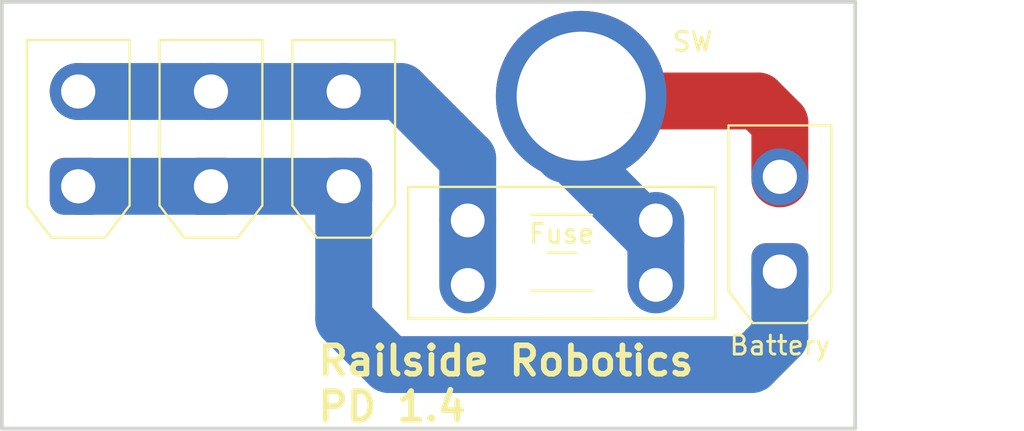
<source format=kicad_pcb>
(kicad_pcb (version 20240108) (generator "pcbnew") (generator_version "8.0")
  (layers (0 "F.Cu" signal) (31 "B.Cu" signal) (34 "B.Paste" user) (35 "F.Paste" user) (36 "B.SilkS" user "B.Silkscreen") (37 "F.SilkS" user "F.Silkscreen") (38 "B.Mask" user) (39 "F.Mask" user) (44 "Edge.Cuts" user))
  (net 0 "")
  (net 1 "Net-(BT1-+)")
  (net 2 "Net-(BT1--)")
  (net 3 "Net-(SW1-A)")
  (net 4 "Net-(BT4--)")
  (footprint "" (layer "F.Cu") (at 121.15 65.325)
    (property "Reference" "" (at 0 0 0) (layer "F.SilkS") (effects (font (size 1.27 1.27))))
    (property "Value" "")
    (pad "" np_thru_hole circle (at -23.125 1.425) (size 9 9) (drill 6.8072) (layers "F&B.Cu" "*.Mask"))
  )
  (footprint "Connector_AMASS:AMASS_XT30UPB-M_1x02_P5.0mm_Vertical" (layer "F.Cu") (at 78.5 71.5 90)
    (property "Reference" "BT2" (hide yes))
    (property "Value" "Battery" (hide yes))
    (fp_line (start 7.71 -2.71) (end 7.71 2.71) (stroke (width 0.12)) (layer "F.SilkS"))
    (fp_line (start -1.01 -2.71) (end 7.71 -2.71) (stroke (width 0.12)) (layer "F.SilkS"))
    (fp_line (start -2.71 -1.41) (end -1.01 -2.71) (stroke (width 0.12)) (layer "F.SilkS"))
    (fp_line (start -2.71 -1.41) (end -2.71 1.41) (stroke (width 0.12)) (layer "F.SilkS"))
    (fp_line (start -2.71 1.41) (end -1.01 2.71) (stroke (width 0.12)) (layer "F.SilkS"))
    (fp_line (start -1.01 2.71) (end 7.71 2.71) (stroke (width 0.12)) (layer "F.SilkS"))
    (pad "1" thru_hole roundrect (at 0 0 90) (size 3 3) (drill 1.8) (layers "*.Cu" "*.Mask") (net 1 "Net-(BT1-+)"))
    (pad "2" thru_hole circle (at 5 0 90) (size 3 3) (drill 1.8) (layers "*.Cu" "*.Mask") (net 2 "Net-(BT1--)"))
  )
  (footprint "Connector_AMASS:AMASS_XT30UPB-M_1x02_P5.0mm_Vertical" (layer "F.Cu") (at 71.5 71.5 90)
    (property "Reference" "BT3" (hide yes))
    (property "Value" "Battery" (hide yes))
    (fp_line (start 7.71 -2.71) (end 7.71 2.71) (stroke (width 0.12)) (layer "F.SilkS"))
    (fp_line (start -1.01 -2.71) (end 7.71 -2.71) (stroke (width 0.12)) (layer "F.SilkS"))
    (fp_line (start -2.71 -1.41) (end -1.01 -2.71) (stroke (width 0.12)) (layer "F.SilkS"))
    (fp_line (start -2.71 -1.41) (end -2.71 1.41) (stroke (width 0.12)) (layer "F.SilkS"))
    (fp_line (start -2.71 1.41) (end -1.01 2.71) (stroke (width 0.12)) (layer "F.SilkS"))
    (fp_line (start -1.01 2.71) (end 7.71 2.71) (stroke (width 0.12)) (layer "F.SilkS"))
    (pad "1" thru_hole roundrect (at 0 0 90) (size 3 3) (drill 1.8) (layers "*.Cu" "*.Mask") (net 1 "Net-(BT1-+)"))
    (pad "2" thru_hole circle (at 5 0 90) (size 3 3) (drill 1.8) (layers "*.Cu" "*.Mask") (net 2 "Net-(BT1--)"))
  )
  (footprint "" (layer "F.Cu") (at 98.275 77.7)
    (property "Reference" "" (at 0 0 0) (layer "F.SilkS") (effects (font (size 1.27 1.27))))
    (property "Value" "")
    (pad "" np_thru_hole circle (at -23.125 1.425) (size 6.8072 6.8072) (drill 6.8072) (layers "F&B.Cu" "*.Mask"))
  )
  (footprint "Connector_AMASS:AMASS_XT30UPB-M_1x02_P5.0mm_Vertical" (layer "F.Cu") (at 108.5 76 90)
    (property "Reference" "BT4" (hide yes))
    (property "Value" "Battery" (at -3.89 0 0) (layer "F.SilkS"))
    (fp_line (start 7.71 -2.71) (end 7.71 2.71) (stroke (width 0.12)) (layer "F.SilkS"))
    (fp_line (start -1.01 -2.71) (end 7.71 -2.71) (stroke (width 0.12)) (layer "F.SilkS"))
    (fp_line (start -2.71 -1.41) (end -1.01 -2.71) (stroke (width 0.12)) (layer "F.SilkS"))
    (fp_line (start -2.71 -1.41) (end -2.71 1.41) (stroke (width 0.12)) (layer "F.SilkS"))
    (fp_line (start -2.71 1.41) (end -1.01 2.71) (stroke (width 0.12)) (layer "F.SilkS"))
    (fp_line (start -1.01 2.71) (end 7.71 2.71) (stroke (width 0.12)) (layer "F.SilkS"))
    (pad "1" thru_hole roundrect (at 0 0 90) (size 3 3) (drill 1.8) (layers "*.Cu" "*.Mask") (net 1 "Net-(BT1-+)"))
    (pad "2" thru_hole circle (at 5 0 90) (size 3 3) (drill 1.8) (layers "*.Cu" "*.Mask") (net 4 "Net-(BT4--)"))
  )
  (footprint "Fuse:Fuseholder_Blade_Mini_Keystone_3568" (layer "F.Cu") (at 92.04 73.3)
    (property "Reference" "Fuse" (at 4.96 0.7 0) (layer "F.SilkS"))
    (property "Value" "Fuse" (hide yes))
    (fp_line (start -3.14 -1.77) (end -3.14 5.17) (stroke (width 0.12)) (layer "F.SilkS"))
    (fp_line (start -3.14 5.17) (end 13.06 5.17) (stroke (width 0.12)) (layer "F.SilkS"))
    (fp_line (start 3.36 -0.3) (end 6.56 -0.3) (stroke (width 0.12)) (layer "F.SilkS"))
    (fp_line (start 4.21 1.7) (end 5.71 1.7) (stroke (width 0.12)) (layer "F.SilkS"))
    (fp_line (start 6.56 3.7) (end 3.36 3.7) (stroke (width 0.12)) (layer "F.SilkS"))
    (fp_line (start 13.06 -1.77) (end -3.14 -1.77) (stroke (width 0.12)) (layer "F.SilkS"))
    (fp_line (start 13.06 5.17) (end 13.06 -1.77) (stroke (width 0.12)) (layer "F.SilkS"))
    (pad "1" thru_hole circle (at 0 0) (size 2.78 2.78) (drill 1.78) (layers "*.Cu" "*.Mask") (net 2 "Net-(BT1--)"))
    (pad "1" thru_hole circle (at 0 3.4) (size 2.78 2.78) (drill 1.78) (layers "*.Cu" "*.Mask") (net 2 "Net-(BT1--)"))
    (pad "2" thru_hole circle (at 9.92 0) (size 2.78 2.78) (drill 1.78) (layers "*.Cu" "*.Mask") (net 3 "Net-(SW1-A)"))
    (pad "2" thru_hole circle (at 9.92 3.4) (size 2.78 2.78) (drill 1.78) (layers "*.Cu" "*.Mask") (net 3 "Net-(SW1-A)"))
  )
  (footprint "Connector_AMASS:AMASS_XT30UPB-M_1x02_P5.0mm_Vertical" (layer "F.Cu") (at 85.5 71.5 90)
    (property "Reference" "BT1" (hide yes))
    (property "Value" "Battery" (hide yes))
    (fp_line (start 7.71 -2.71) (end 7.71 2.71) (stroke (width 0.12)) (layer "F.SilkS"))
    (fp_line (start -1.01 -2.71) (end 7.71 -2.71) (stroke (width 0.12)) (layer "F.SilkS"))
    (fp_line (start -2.71 -1.41) (end -1.01 -2.71) (stroke (width 0.12)) (layer "F.SilkS"))
    (fp_line (start -2.71 -1.41) (end -2.71 1.41) (stroke (width 0.12)) (layer "F.SilkS"))
    (fp_line (start -2.71 1.41) (end -1.01 2.71) (stroke (width 0.12)) (layer "F.SilkS"))
    (fp_line (start -1.01 2.71) (end 7.71 2.71) (stroke (width 0.12)) (layer "F.SilkS"))
    (pad "1" thru_hole roundrect (at 0 0 90) (size 3 3) (drill 1.8) (layers "*.Cu" "*.Mask") (net 1 "Net-(BT1-+)"))
    (pad "2" thru_hole circle (at 5 0 90) (size 3 3) (drill 1.8) (layers "*.Cu" "*.Mask") (net 2 "Net-(BT1--)"))
  )
  (gr_rect (start 67.475 61.775) (end 112.475 84.275) (stroke (width 0.2)) (fill none) (layer "Edge.Cuts"))
  (gr_text "Railside Robotics\nPD 1.4" (at 84 84 0) (layer "F.SilkS") (effects (font (size 1.5 1.5) (thickness 0.3) (bold yes)) (justify left bottom)))
  (gr_text "SW" (at 103.9 63.875 0) (layer "F.SilkS") (effects (font (size 1 1))))
  (segment (start 85.275 70.775) (end 85.5 71) (width 1.5) (layer "F.Cu") (net 1))
  (segment (start 85.5 78.5) (end 85.5 71.5) (width 3) (layer "B.Cu") (net 1))
  (segment (start 78.65 71) (end 78.6 70.95) (width 1.5) (layer "B.Cu") (net 1))
  (segment (start 108.5 76.11) (end 108.5 79.4) (width 3) (layer "B.Cu") (net 1))
  (segment (start 87.9 80.9) (end 85.5 78.5) (width 3) (layer "B.Cu") (net 1))
  (segment (start 107 80.9) (end 87.9 80.9) (width 3) (layer "B.Cu") (net 1))
  (segment (start 85.5 71.5) (end 71.5 71.5) (width 3) (layer "B.Cu") (net 1))
  (segment (start 108.5 79.4) (end 107 80.9) (width 3) (layer "B.Cu") (net 1))
  (segment (start 88.5 66.5) (end 71.5 66.5) (width 3) (layer "B.Cu") (net 2))
  (segment (start 92.04 73.3) (end 92.04 70.04) (width 3) (layer "B.Cu") (net 2))
  (segment (start 92.04 73.3) (end 92.04 76.7) (width 3) (layer "B.Cu") (net 2))
  (segment (start 92.04 70.04) (end 88.5 66.5) (width 3) (layer "B.Cu") (net 2))
  (segment (start 101.96 73.3) (end 101.96 76.7) (width 3) (layer "B.Cu") (net 3))
  (segment (start 97.46 69.8) (end 101.96 74.3) (width 3) (layer "B.Cu") (net 3))
  (segment (start 97.1 69.8) (end 97.46 69.8) (width 3) (layer "B.Cu") (net 3))
  (segment (start 95.38 67) (end 95.38 68.08) (width 3) (layer "B.Cu") (net 3))
  (segment (start 95.38 68.08) (end 97.1 69.8) (width 3) (layer "B.Cu") (net 3))
  (segment (start 108.5 68.16) (end 107.34 67) (width 3) (layer "F.Cu") (net 4))
  (segment (start 108.5 71.11) (end 108.5 68.16) (width 3) (layer "F.Cu") (net 4))
  (segment (start 107.34 67) (end 98.975 67) (width 3) (layer "F.Cu") (net 4))
  (segment (start 98.975 67) (end 98.625 66.65) (width 3) (layer "F.Cu") (net 4))
)
</source>
